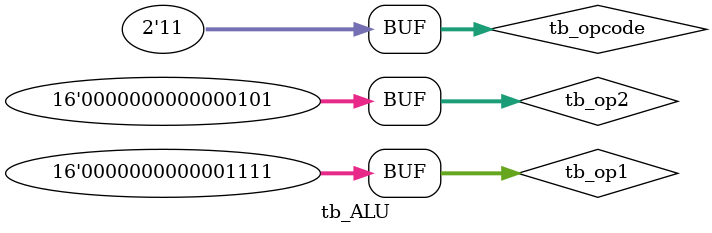
<source format=v>
module tb_ALU;

    reg signed [15:0] tb_op1, tb_op2;
    wire signed [15:0] tb_result;
    reg [1:0] tb_opcode;
    wire tb_error;

    ALU uut (.opcode(tb_opcode), .op1(tb_op1), .op2(tb_op2), .result(tb_result), .error(tb_error));

    initial begin
        tb_op1 = 16'd15;
        tb_op2 = 16'd5;
        tb_opcode = 2'b00;
        #5;
        tb_opcode = 2'b01;
        #5;
        tb_opcode = 2'b10;
        #5;
        tb_opcode = 2'b11;
        #5;

    end


endmodule

</source>
